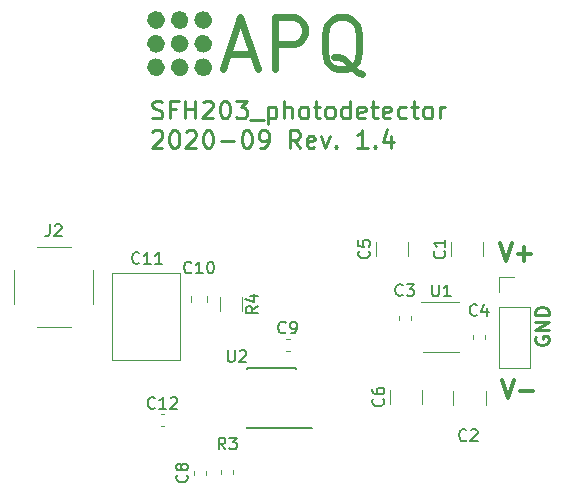
<source format=gbr>
G04 #@! TF.GenerationSoftware,KiCad,Pcbnew,(5.1.5)-3*
G04 #@! TF.CreationDate,2020-09-29T22:38:50+02:00*
G04 #@! TF.ProjectId,SFH203_photodetector,53464832-3033-45f7-9068-6f746f646574,1.3*
G04 #@! TF.SameCoordinates,Original*
G04 #@! TF.FileFunction,Legend,Top*
G04 #@! TF.FilePolarity,Positive*
%FSLAX46Y46*%
G04 Gerber Fmt 4.6, Leading zero omitted, Abs format (unit mm)*
G04 Created by KiCad (PCBNEW (5.1.5)-3) date 2020-09-29 22:38:50*
%MOMM*%
%LPD*%
G04 APERTURE LIST*
%ADD10C,0.250000*%
%ADD11C,0.300000*%
%ADD12C,0.120000*%
%ADD13C,0.150000*%
%ADD14C,1.000000*%
%ADD15C,0.600000*%
G04 APERTURE END LIST*
D10*
X153050000Y-67964285D02*
X152992857Y-68078571D01*
X152992857Y-68250000D01*
X153050000Y-68421428D01*
X153164285Y-68535714D01*
X153278571Y-68592857D01*
X153507142Y-68650000D01*
X153678571Y-68650000D01*
X153907142Y-68592857D01*
X154021428Y-68535714D01*
X154135714Y-68421428D01*
X154192857Y-68250000D01*
X154192857Y-68135714D01*
X154135714Y-67964285D01*
X154078571Y-67907142D01*
X153678571Y-67907142D01*
X153678571Y-68135714D01*
X154192857Y-67392857D02*
X152992857Y-67392857D01*
X154192857Y-66707142D01*
X152992857Y-66707142D01*
X154192857Y-66135714D02*
X152992857Y-66135714D01*
X152992857Y-65850000D01*
X153050000Y-65678571D01*
X153164285Y-65564285D01*
X153278571Y-65507142D01*
X153507142Y-65450000D01*
X153678571Y-65450000D01*
X153907142Y-65507142D01*
X154021428Y-65564285D01*
X154135714Y-65678571D01*
X154192857Y-65850000D01*
X154192857Y-66135714D01*
D11*
X150221428Y-71628571D02*
X150721428Y-73128571D01*
X151221428Y-71628571D01*
X151721428Y-72557142D02*
X152864285Y-72557142D01*
X150021428Y-60028571D02*
X150521428Y-61528571D01*
X151021428Y-60028571D01*
X151521428Y-60957142D02*
X152664285Y-60957142D01*
X152092857Y-61528571D02*
X152092857Y-60385714D01*
D10*
X120598214Y-49407142D02*
X120812500Y-49478571D01*
X121169642Y-49478571D01*
X121312500Y-49407142D01*
X121383928Y-49335714D01*
X121455357Y-49192857D01*
X121455357Y-49050000D01*
X121383928Y-48907142D01*
X121312500Y-48835714D01*
X121169642Y-48764285D01*
X120883928Y-48692857D01*
X120741071Y-48621428D01*
X120669642Y-48550000D01*
X120598214Y-48407142D01*
X120598214Y-48264285D01*
X120669642Y-48121428D01*
X120741071Y-48050000D01*
X120883928Y-47978571D01*
X121241071Y-47978571D01*
X121455357Y-48050000D01*
X122598214Y-48692857D02*
X122098214Y-48692857D01*
X122098214Y-49478571D02*
X122098214Y-47978571D01*
X122812500Y-47978571D01*
X123383928Y-49478571D02*
X123383928Y-47978571D01*
X123383928Y-48692857D02*
X124241071Y-48692857D01*
X124241071Y-49478571D02*
X124241071Y-47978571D01*
X124883928Y-48121428D02*
X124955357Y-48050000D01*
X125098214Y-47978571D01*
X125455357Y-47978571D01*
X125598214Y-48050000D01*
X125669642Y-48121428D01*
X125741071Y-48264285D01*
X125741071Y-48407142D01*
X125669642Y-48621428D01*
X124812500Y-49478571D01*
X125741071Y-49478571D01*
X126669642Y-47978571D02*
X126812500Y-47978571D01*
X126955357Y-48050000D01*
X127026785Y-48121428D01*
X127098214Y-48264285D01*
X127169642Y-48550000D01*
X127169642Y-48907142D01*
X127098214Y-49192857D01*
X127026785Y-49335714D01*
X126955357Y-49407142D01*
X126812500Y-49478571D01*
X126669642Y-49478571D01*
X126526785Y-49407142D01*
X126455357Y-49335714D01*
X126383928Y-49192857D01*
X126312500Y-48907142D01*
X126312500Y-48550000D01*
X126383928Y-48264285D01*
X126455357Y-48121428D01*
X126526785Y-48050000D01*
X126669642Y-47978571D01*
X127669642Y-47978571D02*
X128598214Y-47978571D01*
X128098214Y-48550000D01*
X128312500Y-48550000D01*
X128455357Y-48621428D01*
X128526785Y-48692857D01*
X128598214Y-48835714D01*
X128598214Y-49192857D01*
X128526785Y-49335714D01*
X128455357Y-49407142D01*
X128312500Y-49478571D01*
X127883928Y-49478571D01*
X127741071Y-49407142D01*
X127669642Y-49335714D01*
X128883928Y-49621428D02*
X130026785Y-49621428D01*
X130383928Y-48478571D02*
X130383928Y-49978571D01*
X130383928Y-48550000D02*
X130526785Y-48478571D01*
X130812500Y-48478571D01*
X130955357Y-48550000D01*
X131026785Y-48621428D01*
X131098214Y-48764285D01*
X131098214Y-49192857D01*
X131026785Y-49335714D01*
X130955357Y-49407142D01*
X130812500Y-49478571D01*
X130526785Y-49478571D01*
X130383928Y-49407142D01*
X131741071Y-49478571D02*
X131741071Y-47978571D01*
X132383928Y-49478571D02*
X132383928Y-48692857D01*
X132312500Y-48550000D01*
X132169642Y-48478571D01*
X131955357Y-48478571D01*
X131812500Y-48550000D01*
X131741071Y-48621428D01*
X133312500Y-49478571D02*
X133169642Y-49407142D01*
X133098214Y-49335714D01*
X133026785Y-49192857D01*
X133026785Y-48764285D01*
X133098214Y-48621428D01*
X133169642Y-48550000D01*
X133312500Y-48478571D01*
X133526785Y-48478571D01*
X133669642Y-48550000D01*
X133741071Y-48621428D01*
X133812500Y-48764285D01*
X133812500Y-49192857D01*
X133741071Y-49335714D01*
X133669642Y-49407142D01*
X133526785Y-49478571D01*
X133312500Y-49478571D01*
X134241071Y-48478571D02*
X134812500Y-48478571D01*
X134455357Y-47978571D02*
X134455357Y-49264285D01*
X134526785Y-49407142D01*
X134669642Y-49478571D01*
X134812500Y-49478571D01*
X135526785Y-49478571D02*
X135383928Y-49407142D01*
X135312500Y-49335714D01*
X135241071Y-49192857D01*
X135241071Y-48764285D01*
X135312500Y-48621428D01*
X135383928Y-48550000D01*
X135526785Y-48478571D01*
X135741071Y-48478571D01*
X135883928Y-48550000D01*
X135955357Y-48621428D01*
X136026785Y-48764285D01*
X136026785Y-49192857D01*
X135955357Y-49335714D01*
X135883928Y-49407142D01*
X135741071Y-49478571D01*
X135526785Y-49478571D01*
X137312500Y-49478571D02*
X137312500Y-47978571D01*
X137312500Y-49407142D02*
X137169642Y-49478571D01*
X136883928Y-49478571D01*
X136741071Y-49407142D01*
X136669642Y-49335714D01*
X136598214Y-49192857D01*
X136598214Y-48764285D01*
X136669642Y-48621428D01*
X136741071Y-48550000D01*
X136883928Y-48478571D01*
X137169642Y-48478571D01*
X137312500Y-48550000D01*
X138598214Y-49407142D02*
X138455357Y-49478571D01*
X138169642Y-49478571D01*
X138026785Y-49407142D01*
X137955357Y-49264285D01*
X137955357Y-48692857D01*
X138026785Y-48550000D01*
X138169642Y-48478571D01*
X138455357Y-48478571D01*
X138598214Y-48550000D01*
X138669642Y-48692857D01*
X138669642Y-48835714D01*
X137955357Y-48978571D01*
X139098214Y-48478571D02*
X139669642Y-48478571D01*
X139312500Y-47978571D02*
X139312500Y-49264285D01*
X139383928Y-49407142D01*
X139526785Y-49478571D01*
X139669642Y-49478571D01*
X140741071Y-49407142D02*
X140598214Y-49478571D01*
X140312500Y-49478571D01*
X140169642Y-49407142D01*
X140098214Y-49264285D01*
X140098214Y-48692857D01*
X140169642Y-48550000D01*
X140312500Y-48478571D01*
X140598214Y-48478571D01*
X140741071Y-48550000D01*
X140812500Y-48692857D01*
X140812500Y-48835714D01*
X140098214Y-48978571D01*
X142098214Y-49407142D02*
X141955357Y-49478571D01*
X141669642Y-49478571D01*
X141526785Y-49407142D01*
X141455357Y-49335714D01*
X141383928Y-49192857D01*
X141383928Y-48764285D01*
X141455357Y-48621428D01*
X141526785Y-48550000D01*
X141669642Y-48478571D01*
X141955357Y-48478571D01*
X142098214Y-48550000D01*
X142526785Y-48478571D02*
X143098214Y-48478571D01*
X142741071Y-47978571D02*
X142741071Y-49264285D01*
X142812500Y-49407142D01*
X142955357Y-49478571D01*
X143098214Y-49478571D01*
X143812500Y-49478571D02*
X143669642Y-49407142D01*
X143598214Y-49335714D01*
X143526785Y-49192857D01*
X143526785Y-48764285D01*
X143598214Y-48621428D01*
X143669642Y-48550000D01*
X143812500Y-48478571D01*
X144026785Y-48478571D01*
X144169642Y-48550000D01*
X144241071Y-48621428D01*
X144312500Y-48764285D01*
X144312500Y-49192857D01*
X144241071Y-49335714D01*
X144169642Y-49407142D01*
X144026785Y-49478571D01*
X143812500Y-49478571D01*
X144955357Y-49478571D02*
X144955357Y-48478571D01*
X144955357Y-48764285D02*
X145026785Y-48621428D01*
X145098214Y-48550000D01*
X145241071Y-48478571D01*
X145383928Y-48478571D01*
X120598214Y-50621428D02*
X120669642Y-50550000D01*
X120812500Y-50478571D01*
X121169642Y-50478571D01*
X121312500Y-50550000D01*
X121383928Y-50621428D01*
X121455357Y-50764285D01*
X121455357Y-50907142D01*
X121383928Y-51121428D01*
X120526785Y-51978571D01*
X121455357Y-51978571D01*
X122383928Y-50478571D02*
X122526785Y-50478571D01*
X122669642Y-50550000D01*
X122741071Y-50621428D01*
X122812500Y-50764285D01*
X122883928Y-51050000D01*
X122883928Y-51407142D01*
X122812500Y-51692857D01*
X122741071Y-51835714D01*
X122669642Y-51907142D01*
X122526785Y-51978571D01*
X122383928Y-51978571D01*
X122241071Y-51907142D01*
X122169642Y-51835714D01*
X122098214Y-51692857D01*
X122026785Y-51407142D01*
X122026785Y-51050000D01*
X122098214Y-50764285D01*
X122169642Y-50621428D01*
X122241071Y-50550000D01*
X122383928Y-50478571D01*
X123455357Y-50621428D02*
X123526785Y-50550000D01*
X123669642Y-50478571D01*
X124026785Y-50478571D01*
X124169642Y-50550000D01*
X124241071Y-50621428D01*
X124312500Y-50764285D01*
X124312500Y-50907142D01*
X124241071Y-51121428D01*
X123383928Y-51978571D01*
X124312500Y-51978571D01*
X125241071Y-50478571D02*
X125383928Y-50478571D01*
X125526785Y-50550000D01*
X125598214Y-50621428D01*
X125669642Y-50764285D01*
X125741071Y-51050000D01*
X125741071Y-51407142D01*
X125669642Y-51692857D01*
X125598214Y-51835714D01*
X125526785Y-51907142D01*
X125383928Y-51978571D01*
X125241071Y-51978571D01*
X125098214Y-51907142D01*
X125026785Y-51835714D01*
X124955357Y-51692857D01*
X124883928Y-51407142D01*
X124883928Y-51050000D01*
X124955357Y-50764285D01*
X125026785Y-50621428D01*
X125098214Y-50550000D01*
X125241071Y-50478571D01*
X126383928Y-51407142D02*
X127526785Y-51407142D01*
X128526785Y-50478571D02*
X128669642Y-50478571D01*
X128812500Y-50550000D01*
X128883928Y-50621428D01*
X128955357Y-50764285D01*
X129026785Y-51050000D01*
X129026785Y-51407142D01*
X128955357Y-51692857D01*
X128883928Y-51835714D01*
X128812500Y-51907142D01*
X128669642Y-51978571D01*
X128526785Y-51978571D01*
X128383928Y-51907142D01*
X128312500Y-51835714D01*
X128241071Y-51692857D01*
X128169642Y-51407142D01*
X128169642Y-51050000D01*
X128241071Y-50764285D01*
X128312500Y-50621428D01*
X128383928Y-50550000D01*
X128526785Y-50478571D01*
X129741071Y-51978571D02*
X130026785Y-51978571D01*
X130169642Y-51907142D01*
X130241071Y-51835714D01*
X130383928Y-51621428D01*
X130455357Y-51335714D01*
X130455357Y-50764285D01*
X130383928Y-50621428D01*
X130312500Y-50550000D01*
X130169642Y-50478571D01*
X129883928Y-50478571D01*
X129741071Y-50550000D01*
X129669642Y-50621428D01*
X129598214Y-50764285D01*
X129598214Y-51121428D01*
X129669642Y-51264285D01*
X129741071Y-51335714D01*
X129883928Y-51407142D01*
X130169642Y-51407142D01*
X130312500Y-51335714D01*
X130383928Y-51264285D01*
X130455357Y-51121428D01*
X133098214Y-51978571D02*
X132598214Y-51264285D01*
X132241071Y-51978571D02*
X132241071Y-50478571D01*
X132812500Y-50478571D01*
X132955357Y-50550000D01*
X133026785Y-50621428D01*
X133098214Y-50764285D01*
X133098214Y-50978571D01*
X133026785Y-51121428D01*
X132955357Y-51192857D01*
X132812500Y-51264285D01*
X132241071Y-51264285D01*
X134312500Y-51907142D02*
X134169642Y-51978571D01*
X133883928Y-51978571D01*
X133741071Y-51907142D01*
X133669642Y-51764285D01*
X133669642Y-51192857D01*
X133741071Y-51050000D01*
X133883928Y-50978571D01*
X134169642Y-50978571D01*
X134312500Y-51050000D01*
X134383928Y-51192857D01*
X134383928Y-51335714D01*
X133669642Y-51478571D01*
X134883928Y-50978571D02*
X135241071Y-51978571D01*
X135598214Y-50978571D01*
X136169642Y-51835714D02*
X136241071Y-51907142D01*
X136169642Y-51978571D01*
X136098214Y-51907142D01*
X136169642Y-51835714D01*
X136169642Y-51978571D01*
X138812500Y-51978571D02*
X137955357Y-51978571D01*
X138383928Y-51978571D02*
X138383928Y-50478571D01*
X138241071Y-50692857D01*
X138098214Y-50835714D01*
X137955357Y-50907142D01*
X139455357Y-51835714D02*
X139526785Y-51907142D01*
X139455357Y-51978571D01*
X139383928Y-51907142D01*
X139455357Y-51835714D01*
X139455357Y-51978571D01*
X140812500Y-50978571D02*
X140812500Y-51978571D01*
X140455357Y-50407142D02*
X140098214Y-51478571D01*
X141026785Y-51478571D01*
D12*
X147740000Y-67787221D02*
X147740000Y-68112779D01*
X148760000Y-67787221D02*
X148760000Y-68112779D01*
X143300000Y-65040000D02*
X146550000Y-65040000D01*
X143550000Y-69260000D02*
X146550000Y-69260000D01*
X148810000Y-73752064D02*
X148810000Y-72547936D01*
X146090000Y-73752064D02*
X146090000Y-72547936D01*
X145890000Y-61152064D02*
X145890000Y-59947936D01*
X148610000Y-61152064D02*
X148610000Y-59947936D01*
D13*
X132725000Y-75725000D02*
X132725000Y-75675000D01*
X128575000Y-75725000D02*
X128575000Y-75580000D01*
X128575000Y-70575000D02*
X128575000Y-70720000D01*
X132725000Y-70575000D02*
X132725000Y-70720000D01*
X132725000Y-75725000D02*
X128575000Y-75725000D01*
X132725000Y-70575000D02*
X128575000Y-70575000D01*
X132725000Y-75675000D02*
X134125000Y-75675000D01*
D12*
X142460000Y-66187221D02*
X142460000Y-66512779D01*
X141440000Y-66187221D02*
X141440000Y-66512779D01*
X142210000Y-61152064D02*
X142210000Y-59947936D01*
X139490000Y-61152064D02*
X139490000Y-59947936D01*
X140690000Y-73652064D02*
X140690000Y-72447936D01*
X143410000Y-73652064D02*
X143410000Y-72447936D01*
X125160000Y-79337221D02*
X125160000Y-79662779D01*
X124140000Y-79337221D02*
X124140000Y-79662779D01*
X131887221Y-68140000D02*
X132212779Y-68140000D01*
X131887221Y-69160000D02*
X132212779Y-69160000D01*
X125260000Y-64491422D02*
X125260000Y-65008578D01*
X123840000Y-64491422D02*
X123840000Y-65008578D01*
X122920000Y-62530000D02*
X122920000Y-69970000D01*
X117180000Y-62530000D02*
X117180000Y-69970000D01*
X122920000Y-62530000D02*
X117180000Y-62530000D01*
X122920000Y-69970000D02*
X117180000Y-69970000D01*
X121287221Y-75560000D02*
X121612779Y-75560000D01*
X121287221Y-74540000D02*
X121612779Y-74540000D01*
X149920000Y-70620000D02*
X152580000Y-70620000D01*
X149920000Y-65480000D02*
X149920000Y-70620000D01*
X152580000Y-65480000D02*
X152580000Y-70620000D01*
X149920000Y-65480000D02*
X152580000Y-65480000D01*
X149920000Y-64210000D02*
X149920000Y-62880000D01*
X149920000Y-62880000D02*
X151250000Y-62880000D01*
X108895000Y-62300000D02*
X108895000Y-65200000D01*
X115605000Y-62300000D02*
X115605000Y-65200000D01*
X110800000Y-67105000D02*
X113700000Y-67105000D01*
X110800000Y-60395000D02*
X113700000Y-60395000D01*
D14*
X121154000Y-45150000D02*
G75*
G03X121154000Y-45150000I-254000J0D01*
G01*
X123154000Y-45150000D02*
G75*
G03X123154000Y-45150000I-254000J0D01*
G01*
X125154000Y-45150000D02*
G75*
G03X125154000Y-45150000I-254000J0D01*
G01*
X125154000Y-43150000D02*
G75*
G03X125154000Y-43150000I-254000J0D01*
G01*
X123154000Y-43150000D02*
G75*
G03X123154000Y-43150000I-254000J0D01*
G01*
X121154000Y-43150000D02*
G75*
G03X121154000Y-43150000I-254000J0D01*
G01*
X123154000Y-41150000D02*
G75*
G03X123154000Y-41150000I-254000J0D01*
G01*
X121154000Y-41150000D02*
G75*
G03X121154000Y-41150000I-254000J0D01*
G01*
X125154000Y-41150000D02*
G75*
G03X125154000Y-41150000I-254000J0D01*
G01*
D12*
X127460000Y-79237221D02*
X127460000Y-79562779D01*
X126440000Y-79237221D02*
X126440000Y-79562779D01*
X128160000Y-64597936D02*
X128160000Y-65802064D01*
X126340000Y-64597936D02*
X126340000Y-65802064D01*
D13*
X148083333Y-66107142D02*
X148035714Y-66154761D01*
X147892857Y-66202380D01*
X147797619Y-66202380D01*
X147654761Y-66154761D01*
X147559523Y-66059523D01*
X147511904Y-65964285D01*
X147464285Y-65773809D01*
X147464285Y-65630952D01*
X147511904Y-65440476D01*
X147559523Y-65345238D01*
X147654761Y-65250000D01*
X147797619Y-65202380D01*
X147892857Y-65202380D01*
X148035714Y-65250000D01*
X148083333Y-65297619D01*
X148940476Y-65535714D02*
X148940476Y-66202380D01*
X148702380Y-65154761D02*
X148464285Y-65869047D01*
X149083333Y-65869047D01*
X144288095Y-63552380D02*
X144288095Y-64361904D01*
X144335714Y-64457142D01*
X144383333Y-64504761D01*
X144478571Y-64552380D01*
X144669047Y-64552380D01*
X144764285Y-64504761D01*
X144811904Y-64457142D01*
X144859523Y-64361904D01*
X144859523Y-63552380D01*
X145859523Y-64552380D02*
X145288095Y-64552380D01*
X145573809Y-64552380D02*
X145573809Y-63552380D01*
X145478571Y-63695238D01*
X145383333Y-63790476D01*
X145288095Y-63838095D01*
X147183333Y-76707142D02*
X147135714Y-76754761D01*
X146992857Y-76802380D01*
X146897619Y-76802380D01*
X146754761Y-76754761D01*
X146659523Y-76659523D01*
X146611904Y-76564285D01*
X146564285Y-76373809D01*
X146564285Y-76230952D01*
X146611904Y-76040476D01*
X146659523Y-75945238D01*
X146754761Y-75850000D01*
X146897619Y-75802380D01*
X146992857Y-75802380D01*
X147135714Y-75850000D01*
X147183333Y-75897619D01*
X147564285Y-75897619D02*
X147611904Y-75850000D01*
X147707142Y-75802380D01*
X147945238Y-75802380D01*
X148040476Y-75850000D01*
X148088095Y-75897619D01*
X148135714Y-75992857D01*
X148135714Y-76088095D01*
X148088095Y-76230952D01*
X147516666Y-76802380D01*
X148135714Y-76802380D01*
X145307142Y-60716666D02*
X145354761Y-60764285D01*
X145402380Y-60907142D01*
X145402380Y-61002380D01*
X145354761Y-61145238D01*
X145259523Y-61240476D01*
X145164285Y-61288095D01*
X144973809Y-61335714D01*
X144830952Y-61335714D01*
X144640476Y-61288095D01*
X144545238Y-61240476D01*
X144450000Y-61145238D01*
X144402380Y-61002380D01*
X144402380Y-60907142D01*
X144450000Y-60764285D01*
X144497619Y-60716666D01*
X145402380Y-59764285D02*
X145402380Y-60335714D01*
X145402380Y-60050000D02*
X144402380Y-60050000D01*
X144545238Y-60145238D01*
X144640476Y-60240476D01*
X144688095Y-60335714D01*
X126988095Y-69102380D02*
X126988095Y-69911904D01*
X127035714Y-70007142D01*
X127083333Y-70054761D01*
X127178571Y-70102380D01*
X127369047Y-70102380D01*
X127464285Y-70054761D01*
X127511904Y-70007142D01*
X127559523Y-69911904D01*
X127559523Y-69102380D01*
X127988095Y-69197619D02*
X128035714Y-69150000D01*
X128130952Y-69102380D01*
X128369047Y-69102380D01*
X128464285Y-69150000D01*
X128511904Y-69197619D01*
X128559523Y-69292857D01*
X128559523Y-69388095D01*
X128511904Y-69530952D01*
X127940476Y-70102380D01*
X128559523Y-70102380D01*
X141783333Y-64407142D02*
X141735714Y-64454761D01*
X141592857Y-64502380D01*
X141497619Y-64502380D01*
X141354761Y-64454761D01*
X141259523Y-64359523D01*
X141211904Y-64264285D01*
X141164285Y-64073809D01*
X141164285Y-63930952D01*
X141211904Y-63740476D01*
X141259523Y-63645238D01*
X141354761Y-63550000D01*
X141497619Y-63502380D01*
X141592857Y-63502380D01*
X141735714Y-63550000D01*
X141783333Y-63597619D01*
X142116666Y-63502380D02*
X142735714Y-63502380D01*
X142402380Y-63883333D01*
X142545238Y-63883333D01*
X142640476Y-63930952D01*
X142688095Y-63978571D01*
X142735714Y-64073809D01*
X142735714Y-64311904D01*
X142688095Y-64407142D01*
X142640476Y-64454761D01*
X142545238Y-64502380D01*
X142259523Y-64502380D01*
X142164285Y-64454761D01*
X142116666Y-64407142D01*
X138927142Y-60716666D02*
X138974761Y-60764285D01*
X139022380Y-60907142D01*
X139022380Y-61002380D01*
X138974761Y-61145238D01*
X138879523Y-61240476D01*
X138784285Y-61288095D01*
X138593809Y-61335714D01*
X138450952Y-61335714D01*
X138260476Y-61288095D01*
X138165238Y-61240476D01*
X138070000Y-61145238D01*
X138022380Y-61002380D01*
X138022380Y-60907142D01*
X138070000Y-60764285D01*
X138117619Y-60716666D01*
X138022380Y-59811904D02*
X138022380Y-60288095D01*
X138498571Y-60335714D01*
X138450952Y-60288095D01*
X138403333Y-60192857D01*
X138403333Y-59954761D01*
X138450952Y-59859523D01*
X138498571Y-59811904D01*
X138593809Y-59764285D01*
X138831904Y-59764285D01*
X138927142Y-59811904D01*
X138974761Y-59859523D01*
X139022380Y-59954761D01*
X139022380Y-60192857D01*
X138974761Y-60288095D01*
X138927142Y-60335714D01*
X140127142Y-73216666D02*
X140174761Y-73264285D01*
X140222380Y-73407142D01*
X140222380Y-73502380D01*
X140174761Y-73645238D01*
X140079523Y-73740476D01*
X139984285Y-73788095D01*
X139793809Y-73835714D01*
X139650952Y-73835714D01*
X139460476Y-73788095D01*
X139365238Y-73740476D01*
X139270000Y-73645238D01*
X139222380Y-73502380D01*
X139222380Y-73407142D01*
X139270000Y-73264285D01*
X139317619Y-73216666D01*
X139222380Y-72359523D02*
X139222380Y-72550000D01*
X139270000Y-72645238D01*
X139317619Y-72692857D01*
X139460476Y-72788095D01*
X139650952Y-72835714D01*
X140031904Y-72835714D01*
X140127142Y-72788095D01*
X140174761Y-72740476D01*
X140222380Y-72645238D01*
X140222380Y-72454761D01*
X140174761Y-72359523D01*
X140127142Y-72311904D01*
X140031904Y-72264285D01*
X139793809Y-72264285D01*
X139698571Y-72311904D01*
X139650952Y-72359523D01*
X139603333Y-72454761D01*
X139603333Y-72645238D01*
X139650952Y-72740476D01*
X139698571Y-72788095D01*
X139793809Y-72835714D01*
X123507142Y-79666666D02*
X123554761Y-79714285D01*
X123602380Y-79857142D01*
X123602380Y-79952380D01*
X123554761Y-80095238D01*
X123459523Y-80190476D01*
X123364285Y-80238095D01*
X123173809Y-80285714D01*
X123030952Y-80285714D01*
X122840476Y-80238095D01*
X122745238Y-80190476D01*
X122650000Y-80095238D01*
X122602380Y-79952380D01*
X122602380Y-79857142D01*
X122650000Y-79714285D01*
X122697619Y-79666666D01*
X123030952Y-79095238D02*
X122983333Y-79190476D01*
X122935714Y-79238095D01*
X122840476Y-79285714D01*
X122792857Y-79285714D01*
X122697619Y-79238095D01*
X122650000Y-79190476D01*
X122602380Y-79095238D01*
X122602380Y-78904761D01*
X122650000Y-78809523D01*
X122697619Y-78761904D01*
X122792857Y-78714285D01*
X122840476Y-78714285D01*
X122935714Y-78761904D01*
X122983333Y-78809523D01*
X123030952Y-78904761D01*
X123030952Y-79095238D01*
X123078571Y-79190476D01*
X123126190Y-79238095D01*
X123221428Y-79285714D01*
X123411904Y-79285714D01*
X123507142Y-79238095D01*
X123554761Y-79190476D01*
X123602380Y-79095238D01*
X123602380Y-78904761D01*
X123554761Y-78809523D01*
X123507142Y-78761904D01*
X123411904Y-78714285D01*
X123221428Y-78714285D01*
X123126190Y-78761904D01*
X123078571Y-78809523D01*
X123030952Y-78904761D01*
X131883333Y-67577142D02*
X131835714Y-67624761D01*
X131692857Y-67672380D01*
X131597619Y-67672380D01*
X131454761Y-67624761D01*
X131359523Y-67529523D01*
X131311904Y-67434285D01*
X131264285Y-67243809D01*
X131264285Y-67100952D01*
X131311904Y-66910476D01*
X131359523Y-66815238D01*
X131454761Y-66720000D01*
X131597619Y-66672380D01*
X131692857Y-66672380D01*
X131835714Y-66720000D01*
X131883333Y-66767619D01*
X132359523Y-67672380D02*
X132550000Y-67672380D01*
X132645238Y-67624761D01*
X132692857Y-67577142D01*
X132788095Y-67434285D01*
X132835714Y-67243809D01*
X132835714Y-66862857D01*
X132788095Y-66767619D01*
X132740476Y-66720000D01*
X132645238Y-66672380D01*
X132454761Y-66672380D01*
X132359523Y-66720000D01*
X132311904Y-66767619D01*
X132264285Y-66862857D01*
X132264285Y-67100952D01*
X132311904Y-67196190D01*
X132359523Y-67243809D01*
X132454761Y-67291428D01*
X132645238Y-67291428D01*
X132740476Y-67243809D01*
X132788095Y-67196190D01*
X132835714Y-67100952D01*
X123907142Y-62507142D02*
X123859523Y-62554761D01*
X123716666Y-62602380D01*
X123621428Y-62602380D01*
X123478571Y-62554761D01*
X123383333Y-62459523D01*
X123335714Y-62364285D01*
X123288095Y-62173809D01*
X123288095Y-62030952D01*
X123335714Y-61840476D01*
X123383333Y-61745238D01*
X123478571Y-61650000D01*
X123621428Y-61602380D01*
X123716666Y-61602380D01*
X123859523Y-61650000D01*
X123907142Y-61697619D01*
X124859523Y-62602380D02*
X124288095Y-62602380D01*
X124573809Y-62602380D02*
X124573809Y-61602380D01*
X124478571Y-61745238D01*
X124383333Y-61840476D01*
X124288095Y-61888095D01*
X125478571Y-61602380D02*
X125573809Y-61602380D01*
X125669047Y-61650000D01*
X125716666Y-61697619D01*
X125764285Y-61792857D01*
X125811904Y-61983333D01*
X125811904Y-62221428D01*
X125764285Y-62411904D01*
X125716666Y-62507142D01*
X125669047Y-62554761D01*
X125573809Y-62602380D01*
X125478571Y-62602380D01*
X125383333Y-62554761D01*
X125335714Y-62507142D01*
X125288095Y-62411904D01*
X125240476Y-62221428D01*
X125240476Y-61983333D01*
X125288095Y-61792857D01*
X125335714Y-61697619D01*
X125383333Y-61650000D01*
X125478571Y-61602380D01*
X119507142Y-61707142D02*
X119459523Y-61754761D01*
X119316666Y-61802380D01*
X119221428Y-61802380D01*
X119078571Y-61754761D01*
X118983333Y-61659523D01*
X118935714Y-61564285D01*
X118888095Y-61373809D01*
X118888095Y-61230952D01*
X118935714Y-61040476D01*
X118983333Y-60945238D01*
X119078571Y-60850000D01*
X119221428Y-60802380D01*
X119316666Y-60802380D01*
X119459523Y-60850000D01*
X119507142Y-60897619D01*
X120459523Y-61802380D02*
X119888095Y-61802380D01*
X120173809Y-61802380D02*
X120173809Y-60802380D01*
X120078571Y-60945238D01*
X119983333Y-61040476D01*
X119888095Y-61088095D01*
X121411904Y-61802380D02*
X120840476Y-61802380D01*
X121126190Y-61802380D02*
X121126190Y-60802380D01*
X121030952Y-60945238D01*
X120935714Y-61040476D01*
X120840476Y-61088095D01*
X120807142Y-73977142D02*
X120759523Y-74024761D01*
X120616666Y-74072380D01*
X120521428Y-74072380D01*
X120378571Y-74024761D01*
X120283333Y-73929523D01*
X120235714Y-73834285D01*
X120188095Y-73643809D01*
X120188095Y-73500952D01*
X120235714Y-73310476D01*
X120283333Y-73215238D01*
X120378571Y-73120000D01*
X120521428Y-73072380D01*
X120616666Y-73072380D01*
X120759523Y-73120000D01*
X120807142Y-73167619D01*
X121759523Y-74072380D02*
X121188095Y-74072380D01*
X121473809Y-74072380D02*
X121473809Y-73072380D01*
X121378571Y-73215238D01*
X121283333Y-73310476D01*
X121188095Y-73358095D01*
X122140476Y-73167619D02*
X122188095Y-73120000D01*
X122283333Y-73072380D01*
X122521428Y-73072380D01*
X122616666Y-73120000D01*
X122664285Y-73167619D01*
X122711904Y-73262857D01*
X122711904Y-73358095D01*
X122664285Y-73500952D01*
X122092857Y-74072380D01*
X122711904Y-74072380D01*
X111916666Y-58452380D02*
X111916666Y-59166666D01*
X111869047Y-59309523D01*
X111773809Y-59404761D01*
X111630952Y-59452380D01*
X111535714Y-59452380D01*
X112345238Y-58547619D02*
X112392857Y-58500000D01*
X112488095Y-58452380D01*
X112726190Y-58452380D01*
X112821428Y-58500000D01*
X112869047Y-58547619D01*
X112916666Y-58642857D01*
X112916666Y-58738095D01*
X112869047Y-58880952D01*
X112297619Y-59452380D01*
X112916666Y-59452380D01*
D15*
X127007619Y-44043333D02*
X129102857Y-44043333D01*
X126588571Y-45300476D02*
X128055238Y-40900476D01*
X129521904Y-45300476D01*
X130988571Y-45300476D02*
X130988571Y-40900476D01*
X132664761Y-40900476D01*
X133083809Y-41110000D01*
X133293333Y-41319523D01*
X133502857Y-41738571D01*
X133502857Y-42367142D01*
X133293333Y-42786190D01*
X133083809Y-42995714D01*
X132664761Y-43205238D01*
X130988571Y-43205238D01*
X138321904Y-45719523D02*
X137902857Y-45510000D01*
X137483809Y-45090952D01*
X136855238Y-44462380D01*
X136436190Y-44252857D01*
X136017142Y-44252857D01*
X136226666Y-45300476D02*
X135807619Y-45090952D01*
X135388571Y-44671904D01*
X135179047Y-43833809D01*
X135179047Y-42367142D01*
X135388571Y-41529047D01*
X135807619Y-41110000D01*
X136226666Y-40900476D01*
X137064761Y-40900476D01*
X137483809Y-41110000D01*
X137902857Y-41529047D01*
X138112380Y-42367142D01*
X138112380Y-43833809D01*
X137902857Y-44671904D01*
X137483809Y-45090952D01*
X137064761Y-45300476D01*
X136226666Y-45300476D01*
D13*
X126783333Y-77502380D02*
X126450000Y-77026190D01*
X126211904Y-77502380D02*
X126211904Y-76502380D01*
X126592857Y-76502380D01*
X126688095Y-76550000D01*
X126735714Y-76597619D01*
X126783333Y-76692857D01*
X126783333Y-76835714D01*
X126735714Y-76930952D01*
X126688095Y-76978571D01*
X126592857Y-77026190D01*
X126211904Y-77026190D01*
X127116666Y-76502380D02*
X127735714Y-76502380D01*
X127402380Y-76883333D01*
X127545238Y-76883333D01*
X127640476Y-76930952D01*
X127688095Y-76978571D01*
X127735714Y-77073809D01*
X127735714Y-77311904D01*
X127688095Y-77407142D01*
X127640476Y-77454761D01*
X127545238Y-77502380D01*
X127259523Y-77502380D01*
X127164285Y-77454761D01*
X127116666Y-77407142D01*
X129522380Y-65366666D02*
X129046190Y-65700000D01*
X129522380Y-65938095D02*
X128522380Y-65938095D01*
X128522380Y-65557142D01*
X128570000Y-65461904D01*
X128617619Y-65414285D01*
X128712857Y-65366666D01*
X128855714Y-65366666D01*
X128950952Y-65414285D01*
X128998571Y-65461904D01*
X129046190Y-65557142D01*
X129046190Y-65938095D01*
X128855714Y-64509523D02*
X129522380Y-64509523D01*
X128474761Y-64747619D02*
X129189047Y-64985714D01*
X129189047Y-64366666D01*
M02*

</source>
